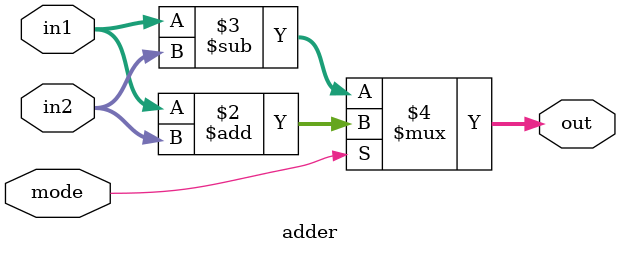
<source format=v>
module adder #(
    parameter BIT_LENGTH = 32
) (
    input signed [BIT_LENGTH - 1 : 0] in1, in2,
    input mode, // add = 1  & sub = 0
    output signed [BIT_LENGTH - 1 : 0] out
);

    assign out = (mode == 1) ? (in1 + in2) : (in1 - in2);
    
endmodule

</source>
